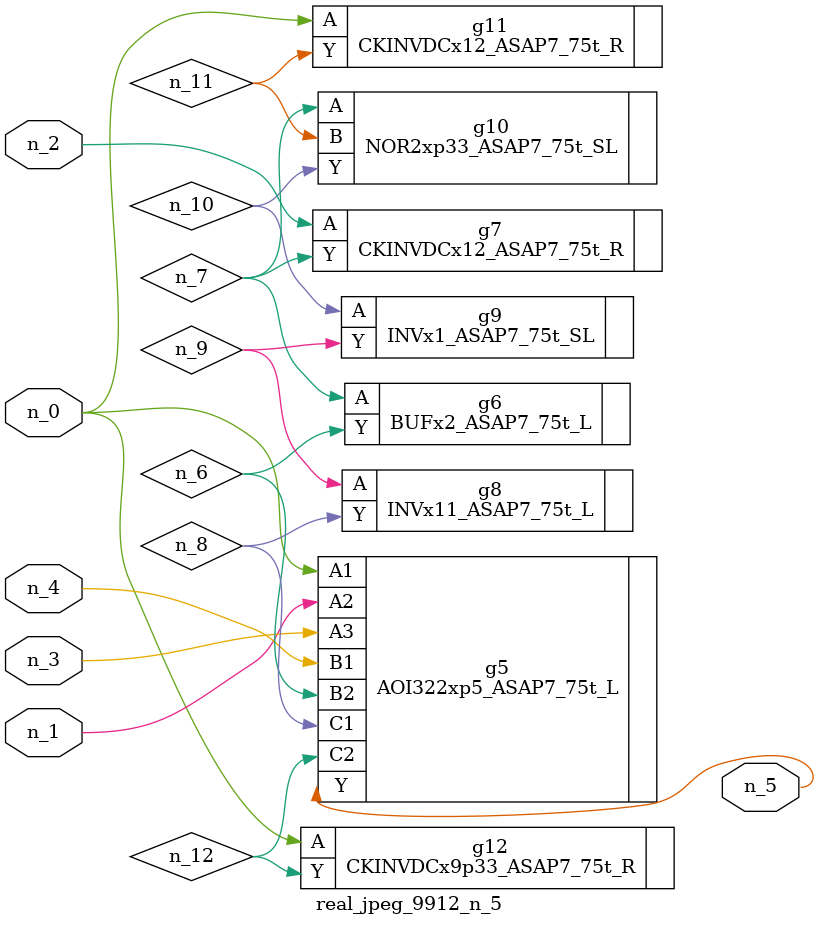
<source format=v>
module real_jpeg_9912_n_5 (n_4, n_0, n_1, n_2, n_3, n_5);

input n_4;
input n_0;
input n_1;
input n_2;
input n_3;

output n_5;

wire n_12;
wire n_8;
wire n_11;
wire n_6;
wire n_7;
wire n_10;
wire n_9;

AOI322xp5_ASAP7_75t_L g5 ( 
.A1(n_0),
.A2(n_1),
.A3(n_3),
.B1(n_4),
.B2(n_6),
.C1(n_8),
.C2(n_12),
.Y(n_5)
);

CKINVDCx12_ASAP7_75t_R g11 ( 
.A(n_0),
.Y(n_11)
);

CKINVDCx9p33_ASAP7_75t_R g12 ( 
.A(n_0),
.Y(n_12)
);

CKINVDCx12_ASAP7_75t_R g7 ( 
.A(n_2),
.Y(n_7)
);

BUFx2_ASAP7_75t_L g6 ( 
.A(n_7),
.Y(n_6)
);

NOR2xp33_ASAP7_75t_SL g10 ( 
.A(n_7),
.B(n_11),
.Y(n_10)
);

INVx11_ASAP7_75t_L g8 ( 
.A(n_9),
.Y(n_8)
);

INVx1_ASAP7_75t_SL g9 ( 
.A(n_10),
.Y(n_9)
);


endmodule
</source>
